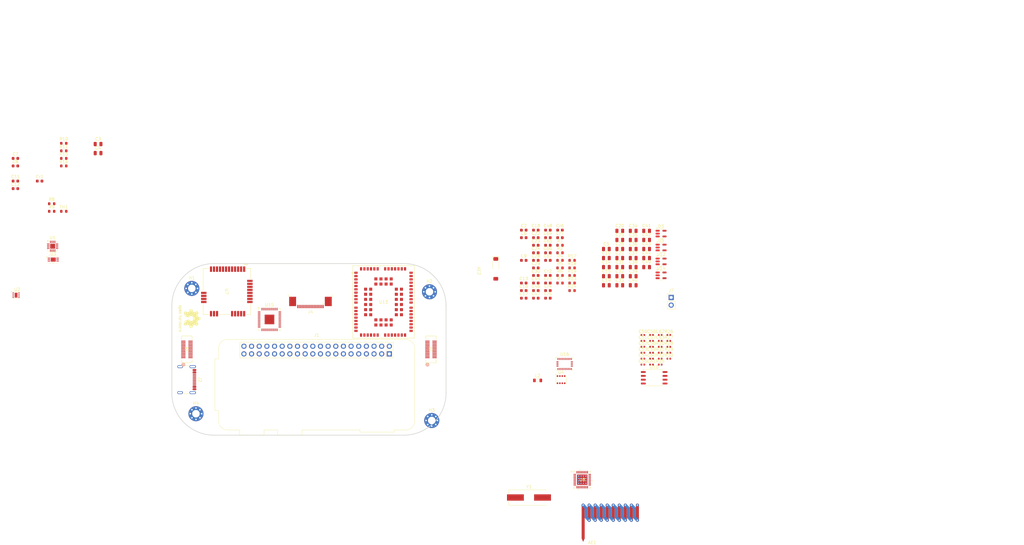
<source format=kicad_pcb>
(kicad_pcb (version 20240108) (generator "pcbnew") (generator_version "8.0")
  (layers (0 "F.Cu" signal) (31 "B.Cu" signal) (34 "B.Paste" user) (35 "F.Paste" user) (36 "B.SilkS" user "B.Silkscreen") (37 "F.SilkS" user "F.Silkscreen") (38 "B.Mask" user) (39 "F.Mask" user) (44 "Edge.Cuts" user))
  (net 0 "")
  (net 1 "GND")
  (net 3 "/USB_VBUS")
  (net 4 "/I2S_TXD")
  (net 5 "/EYESPI_LITE")
  (net 6 "+5V")
  (net 7 "/UART0_TXD")
  (net 8 "/XIN")
  (net 10 "Net-(C51-Pad1)")
  (net 11 "+3V3")
  (net 13 "/EYESPI_SCK")
  (net 16 "/EYESPI_MOSI")
  (net 18 "/EYESPI_SDA")
  (net 19 "+3.3V")
  (net 20 "/I2S_RXD")
  (net 21 "/I2S_LRCLK")
  (net 22 "+1V1")
  (net 25 "/UART0_RXD")
  (net 26 "/I2S_BC")
  (net 27 "+1V8")
  (net 30 "/EYESPI_MISO")
  (net 31 "/EYESPI_SCL")
  (net 34 "/EYESPI_TFTCS")
  (net 35 "/EYESPI_TSCS")
  (net 36 "/EYESPI_TFTDC")
  (net 37 "/EYESPI_MEMCS")
  (net 38 "+3.3VA")
  (net 39 "/EYESPI_GPIO2")
  (net 40 "/EYESPI_TFTRST")
  (net 41 "/EYESPI_INT")
  (net 42 "/EYESPI_GPIO1")
  (net 43 "/EYESPI_CARDCS")
  (net 44 "/EYESPI_BUSY")
  (net 47 "Net-(U1-TS)")
  (net 49 "Net-(U3-SENSE+)")
  (net 50 "Net-(D2-K)")
  (net 53 "Net-(U1-ILIM)")
  (net 54 "Net-(D1-K)")
  (net 55 "Net-(U1-ISET)")
  (net 56 "Net-(U2-EN)")
  (net 57 "Net-(U2-FB)")
  (net 58 "Net-(U2-PG)")
  (net 59 "Net-(U2-SW)")
  (net 60 "Net-(U2-VOUT)")
  (net 61 "Net-(U2-ILIM)")
  (net 63 "Net-(U3-SENSE-)")
  (net 65 "Net-(U4-SDO)")
  (net 66 "/EN_3.3VA")
  (net 68 "/I2S_MCLK")
  (net 69 "Net-(J2-CC2)")
  (net 70 "Net-(J2-CC1)")
  (net 71 "Net-(C3-Pad1)")
  (net 72 "Net-(D1-A)")
  (net 73 "Net-(D2-A)")
  (net 75 "/RESET")
  (net 76 "Net-(AE1-A)")
  (net 77 "Net-(AE2-A)")
  (net 78 "Net-(U8-MIC2R{slash}LINE2R)")
  (net 79 "/HP_MIC")
  (net 80 "/HP_R")
  (net 81 "Net-(U8-HPROUT)")
  (net 82 "/HP_L")
  (net 83 "Net-(U8-HPLOUT)")
  (net 84 "Net-(C39-Pad2)")
  (net 85 "Net-(C39-Pad1)")
  (net 86 "Net-(U11-IN+)")
  (net 87 "Net-(U11-IN-)")
  (net 88 "Net-(J5-Pin_2)")
  (net 89 "Net-(J5-Pin_1)")
  (net 90 "Net-(U8-RIGHT_LOM)")
  (net 91 "Net-(U8-MICBIAS)")
  (net 92 "Net-(U8-RIGHT_LOP)")
  (net 93 "/USB_DP")
  (net 94 "/+3.3V_AUX1")
  (net 95 "Net-(U7-RF)")
  (net 96 "/+3.3V_AUX2")
  (net 98 "/LoRaUART_TX")
  (net 99 "/LoRaUART_RX")
  (net 100 "/SWCLK")
  (net 101 "/SWD")
  (net 102 "/~{USB_BOOT}")
  (net 103 "/QSPI_SS")
  (net 104 "/XOUT")
  (net 105 "/QSPI_SD0")
  (net 106 "/QSPI_SD1")
  (net 107 "/QSPI_SCLK")
  (net 108 "/QSPI_SD3")
  (net 109 "/QSPI_SD2")
  (net 110 "Net-(U16-CAP)")
  (net 111 "Net-(U16-~{BOOT_LOAD_PIN})")
  (net 112 "/USB_DM")
  (net 115 "Net-(U15-GPIO0)")
  (net 116 "Net-(U15-GPIO1)")
  (net 117 "Net-(U15-USB_DP)")
  (net 118 "Net-(U15-USB_DM)")
  (net 119 "Net-(U15-GPIO4)")
  (net 135 "Net-(U15-GPIO5)")
  (net 136 "/EN_3.3Aux1")
  (net 137 "/EN_3.3Aux2")
  (net 141 "/RUN")
  (net 187 "Net-(J6-I{slash}O)")
  (net 193 "/CELL_RX")
  (net 195 "Net-(U13A-DBG_TXD)")
  (net 204 "Net-(J6-RST)")
  (net 205 "/CELL_TX")
  (net 210 "Net-(J6-CLK)")
  (net 217 "Net-(U13A-DBG_RXD)")
  (footprint "Connector_FFC-FPC:TE_1-1734839-8_1x18-1MP_P0.5mm_Horizontal" (layer "F.Cu") (at 165 83.425 180)
    (property "Reference" "J4")
    (property "Value" "FPC 0.5mmP 18 Pin")
  )
  (footprint "Capacitor_SMD:C_0805_2012Metric" (layer "F.Cu") (at 272.1025 59.6425)
    (property "Reference" "C34")
    (property "Value" "~")
  )
  (footprint "RAK3172:RAK3172_RAK" (layer "F.Cu") (at 137.25 79.75 -90)
    (property "Reference" "U7")
    (property "Value" "RAK3172")
  )
  (footprint "Capacitor_SMD:C_0805_2012Metric" (layer "F.Cu") (at 263.2025 74.6925)
    (property "Reference" "C15")
    (property "Value" "22uF")
  )
  (footprint "Capacitor_SMD:C_0402_1005Metric" (layer "F.Cu") (at 278.1925 96.1825)
    (property "Reference" "C57")
    (property "Value" "1u")
  )
  (footprint "Capacitor_SMD:C_0603_1608Metric" (layer "F.Cu") (at 239.7925 59.3925)
    (property "Reference" "C18")
    (property "Value" "1uF")
  )
  (footprint "Capacitor_SMD:C_0402_1005Metric" (layer "F.Cu") (at 278.1925 104.0625)
    (property "Reference" "C61")
    (property "Value" "100n")
  )
  (footprint "Capacitor_SMD:C_0805_2012Metric" (layer "F.Cu") (at 272.1025 65.6625)
    (property "Reference" "C36")
    (property "Value" "1uF")
  )
  (footprint "Capacitor_SMD:C_0805_2012Metric" (layer "F.Cu") (at 276.5525 59.6425)
    (property "Reference" "C41")
    (property "Value" "100nF")
  )
  (footprint "Capacitor_SMD:C_0603_1608Metric" (layer "F.Cu") (at 243.8025 74.4525)
    (property "Reference" "Cr2")
    (property "Value" "100nF")
  )
  (footprint "Capacitor_SMD:C_0603_1608Metric" (layer "F.Cu") (at 239.7925 61.9025)
    (property "Reference" "C22")
    (property "Value" "100nF")
  )
  (footprint "Capacitor_SMD:C_0402_1005Metric" (layer "F.Cu") (at 275.3225 102.0925)
    (property "Reference" "C54")
    (property "Value" "100n")
  )
  (footprint "Capacitor_SMD:C_0603_1608Metric" (layer "F.Cu") (at 239.7925 81.9825)
    (property "Reference" "C47")
    (property "Value" "1uF")
  )
  (footprint "Resistor_SMD:R_0603_1608Metric" (layer "F.Cu") (at 251.8225 69.4325)
    (property "Reference" "R17")
    (property "Value" "20k")
  )
  (footprint "RF_Antenna:Pulse_W3000" (layer "F.Cu") (at 226.5 72.25 -90)
    (property "Reference" "AE2")
    (property "Value" "Antenna")
  )
  (footprint "Capacitor_SMD:C_0402_1005Metric" (layer "F.Cu") (at 281.0625 94.2125)
    (property "Reference" "C62")
    (property "Value" "100n")
  )
  (footprint "Capacitor_SMD:C_0603_1608Metric" (layer "F.Cu") (at 239.7925 79.4725)
    (property "Reference" "C46")
    (property "Value" "1uF")
  )
  (footprint "Capacitor_SMD:C_0402_1005Metric" (layer "F.Cu") (at 278.1925 100.1225)
    (property "Reference" "C59")
    (property "Value" "100n")
  )
  (footprint "Package_DFN_QFN:QFN-56-1EP_7x7mm_P0.4mm_EP3.2x3.2mm" (layer "F.Cu") (at 151.4 89.0625)
    (property "Reference" "U15")
    (property "Value" "RP2040")
  )
  (footprint "Capacitor_SMD:C_0805_2012Metric" (layer "F.Cu") (at 94.515 33.805)
    (property "Reference" "C4")
    (property "Value" "10uF")
  )
  (footprint "Capacitor_SMD:C_0805_2012Metric" (layer "F.Cu") (at 276.5525 68.6725)
    (property "Reference" "C44")
    (property "Value" "1uF")
  )
  (footprint "Capacitor_SMD:C_0603_1608Metric" (layer "F.Cu") (at 239.7925 71.9425)
    (property "Reference" "C29")
    (property "Value" "1uF")
  )
  (footprint "Capacitor_SMD:C_0402_1005Metric" (layer "F.Cu") (at 275.3225 94.2125)
    (property "Reference" "C50")
    (property "Value" "27p")
  )
  (footprint "Resistor_SMD:R_0603_1608Metric" (layer "F.Cu") (at 247.8125 69.4325)
    (property "Reference" "R4")
    (property "Value" "10k")
  )
  (footprint "Capacitor_SMD:C_0603_1608Metric" (layer "F.Cu") (at 235.7825 76.9625)
    (property "Reference" "C13")
    (property "Value" "100pF")
  )
  (footprint "Capacitor_SMD:C_0805_2012Metric" (layer "F.Cu") (at 272.1025 77.7025)
    (property "Reference" "C40")
    (property "Value" "100nF")
  )
  (footprint "AltoidsTin:AltoidsTinBoundary" (layer "F.Cu") (at 164.5 99.5)
    (property "Reference" "REF**" (hide yes))
    (property "Value" "AltoidsTinBoundary")
  )
  (footprint "Capacitor_SMD:C_0603_1608Metric" (layer "F.Cu") (at 239.7925 64.4125)
    (property "Reference" "C23")
    (property "Value" "100nF")
  )
  (footprint "Resistor_SMD:R_0603_1608Metric" (layer "F.Cu") (at 251.8225 76.9625)
    (property "Reference" "R23")
    (property "Value" "100k")
  )
  (footprint "Resistor_SMD:R_0603_1608Metric" (layer "F.Cu") (at 79.125 53.135)
    (property "Reference" "R9")
    (property "Value" "768k")
  )
  (footprint "Capacitor_SMD:C_0603_1608Metric" (layer "F.Cu") (at 247.8125 61.9025)
    (property "Reference" "Cr7")
    (property "Value" "100nF")
  )
  (footprint "DF40HC:CONN_30DS-0.4V51" (layer "F.Cu") (at 124 99 90)
    (property "Reference" "J8")
    (property "Value" "DF40HC3.0-30DS-0.4V51")
  )
  (footprint "Capacitor_SMD:C_0603_1608Metric" (layer "F.Cu") (at 243.8025 81.9825)
    (property "Reference" "Cr5")
    (property "Value" "100nF")
  )
  (footprint "Package_SO:SOIC-8_5.23x5.23mm_P1.27mm" (layer "F.Cu") (at 279.0625 108.4325)
    (property "Reference" "U10")
    (property "Value" "W25Q128JVS")
  )
  (footprint "Capacitor_SMD:C_0603_1608Metric" (layer "F.Cu") (at 67.095 38.075)
    (property "Reference" "C8")
    (property "Value" "100pF")
  )
  (footprint "Module:Raspberry_Pi_Zero_Socketed_THT_FaceDown_MountingHoles" (layer "F.Cu") (at 191.18 100.5 -90)
    (property "Reference" "J1")
    (property "Value" "Raspberry_Pi_2_3")
  )
  (footprint "RF_Antenna:Texas_SWRA416_868MHz_915MHz" (layer "F.Cu") (at 264.5 156.55)
    (property "Reference" "AE1")
    (property "Value" "Antenna")
  )
  (footprint "Capacitor_SMD:C_0402_1005Metric" (layer "F.Cu") (at 283.9325 94.2125)
    (property "Reference" "R26")
    (property "Value" "22")
  )
  (footprint "Capacitor_SMD:C_0603_1608Metric" (layer "F.Cu") (at 67.095 43.095)
    (property "Reference" "C11")
    (property "Value" "100pF")
  )
  (footprint "Resistor_SMD:R_0603_1608Metric" (layer "F.Cu") (at 83.135 30.545)
    (property "Reference" "R10")
    (property "Value" "243k")
  )
  (footprint "Capacitor_SMD:C_0805_2012Metric" (layer "F.Cu") (at 272.1025 62.6525)
    (property "Reference" "C35")
    (property "Value" "1uF")
  )
  (footprint "Capacitor_SMD:C_0805_2012Metric" (layer "F.Cu") (at 272.1025 68.6725)
    (property "Reference" "C37")
    (property "Value" "100nF")
  )
  (footprint "Capacitor_SMD:C_0805_2012Metric" (layer "F.Cu") (at 263.2025 71.6825)
    (property "Reference" "C14")
    (property "Value" "22uF")
  )
  (footprint "Resistor_SMD:R_0603_1608Metric" (layer "F.Cu") (at 83.135 35.565)
    (property "Reference" "R15")
    (property "Value" "5.1k")
  )
  (footprint "Capacitor_SMD:C_0603_1608Metric" (layer "F.Cu") (at 243.8025 66.9225)
    (property "Reference" "C66")
    (property "Value" "120nF")
  )
  (footprint "Symbol:OSHW-Logo2_9.8x8mm_SilkScreen" (layer "F.Cu") (at 124.75 88.75 -90)
    (property "Reference" "REF**" (hide yes))
    (property "Value" "OSHW-Logo2_9.8x8mm_SilkScreen" (hide yes))
  )
  (footprint "Capacitor_SMD:C_0805_2012Metric" (layer "F.Cu") (at 263.2025 77.7025)
    (property "Reference" "C19")
    (property "Value" "10uF")
  )
  (footprint "Package_SON:WSON-8-1EP_2x2mm_P0.5mm_EP0.9x1.6mm" (layer "F.Cu") (at 67.3 81)
    (property "Reference" "U2")
    (property "Value" "TPS61252DSG")
  )
  (footprint "Capacitor_SMD:C_0603_1608Metric" (layer "F.Cu") (at 243.8025 61.9025)
    (property "Reference" "C64")
    (property "Value" "100nF")
  )
  (footprint "Inductor_SMD:L_0805_2012Metric" (layer "F.Cu") (at 240.3825 109.3125)
    (property "Reference" "L2")
    (property "Value" "~")
  )
  (footprint "DF40HC:CONN_30DS-0.4V51" (layer "F.Cu") (at 205 99 90)
    (property "Reference" "J9")
    (property "Value" "DF40HC3.0-30DS-0.4V51")
  )
  (footprint "Resistor_SMD:R_0603_1608Metric" (layer "F.Cu") (at 83.135 38.075)
    (property "Reference" "R16")
    (property "Value" "5.1k")
  )
  (footprint "Resistor_SMD:R_0603_1608Metric" (layer "F.Cu") (at 251.8225 79.4725)
    (property "Reference" "R24")
    (property "Value" "100k")
  )
  (footprint "Capacitor_SMD:C_0402_1005Metric" (layer "F.Cu") (at 283.9325 98.1525)
    (property "Reference" "R28")
    (property "Value" "22")
  )
  (footprint "Resistor_SMD:R_0603_1608Metric" (layer "F.Cu") (at 83.135 33.055)
    (property "Reference" "R11")
    (property "Value" "1M")
  )
  (footprint "Capacitor_SMD:C_0603_1608Metric" (layer "F.Cu") (at 243.8025 59.3925)
    (property "Reference" "C48")
    (property "Value" "100nF")
  )
  (footprint "Capacitor_SMD:C_0402_1005Metric" (layer "F.Cu") (at 283.9325 96.1825)
    (property "Reference" "R27")
    (property "Value" "22")
  )
  (footprint "Capacitor_SMD:C_0805_2012Metric" (layer "F.Cu") (at 272.1025 74.6925)
    (property "Reference" "C39")
    (property "Value" "100nF")
  )
  (footprint "Capacitor_SMD:C_0603_1608Metric" (layer "F.Cu") (at 243.8025 79.4725)
    (property "Reference" "Cr4")
    (property "Value" "100nF")
  )
  (footprint "Package_DFN_QFN:VQFN-16-1EP_3x3mm_P0.5mm_EP1.6x1.6mm" (layer "F.Cu") (at 79.435 64.745)
    (property "Reference" "U1")
    (property "Value" "BQ24072RGT")
  )
  (footprint "Capacitor_SMD:C_0603_1608Metric" (layer "F.Cu") (at 243.8025 64.4125)
    (property "Reference" "C65")
    (property "Value" "100nF")
  )
  (footprint "Resistor_SMD:R_0603_1608Metric" (layer "F.Cu") (at 83.135 53.135)
    (property "Reference" "TH1")
    (property "Value" "10k")
  )
  (footprint "Capacitor_SMD:C_0603_1608Metric" (layer "F.Cu") (at 75.115 43.095)
    (property "Reference" "Cr1")
    (property "Value" "100nF")
  )
  (footprint "MountingHole:MountingHole_2.5mm_Pad_Via" (layer "F.Cu") (at 204.5 79.875)
    (property "Reference" "H2")
    (property "Value" "MountingHole_Pad")
  )
  (footprint "Capacitor_SMD:C_0603_1608Metric" (layer "F.Cu") (at 235.7825 61.9025)
    (property "Reference" "C6")
    (property "Value" "100nF")
  )
  (footprint "Connector_PinHeader_2.54mm:PinHeader_1x02_P2.54mm_Vertical" (layer "F.Cu") (at 284.7125 81.7625)
    (property "Reference" "J7")
    (property "Value" "Conn_01x02")
  )
  (footprint "Capacitor_SMD:C_0402_1005Metric" (layer "F.Cu") (at 281.0625 100.1225)
    (property "Reference" "R21")
    (property "Value" "DNF")
  )
  (footprint "Package_TO_SOT_SMD:SOT-23-5" (layer "F.Cu") (at 281.3525 74.4125)
    (property "Reference" "U14")
    (property "Value" "TPS7A0533PDBV")
  )
  (footprint "Capacitor_SMD:C_0805_2012Metric" (layer "F.Cu") (at 267.6525 59.6425)
    (property "Reference" "C20")
    (property "Value" "22uF")
  )
  (footprint "Package_TO_SOT_SMD:SOT-23-5" (layer "F.Cu") (at 281.3525 60.5375)
    (property "Reference" "D3")
    (property "Value" "ESDA5V3SC5")
  )
  (footprint "Capacitor_SMD:C_0603_1608Metric" (layer "F.Cu") (at 67.095 35.565)
    (property "Reference" "C7")
    (property "Value" "100nF")
  )
  (footprint "MountingHole:MountingHole_2.5mm_Pad_Via" (layer "F.Cu") (at 127 120.375)
    (property "Reference" "H4")
    (property "Value" "MountingHole_Pad")
  )
  (footprint "Capacitor_SMD:C_0402_1005Metric" (layer "F.Cu") (at 278.1925 102.0925)
    (property "Reference" "C60")
    (property "Value" "100n")
  )
  (footprint "Package_DFN_QFN:DFN-6-1EP_3x2mm_P0.5mm_EP1.65x1.35mm" (layer "F.Cu") (at 79.64 69.175)
    (property "Reference" "U3")
    (property "Value" "LTC2942")
  )
  (footprint "Package_TO_SOT_SMD:SOT-23-5" (layer "F.Cu") (at 281.3525 65.1625)
    (property "Reference" "U5")
    (property "Value" "TPS7A0533PDBV")
  )
  (footprint "Resistor_SMD:R_0603_1608Metric" (layer "F.Cu") (at 247.8125 64.4125)
    (property "Reference" "R1")
    (property "Value" "1.18k")
  )
  (footprint "Capacitor_SMD:C_0805_2012Metric" (layer "F.Cu") (at 263.2025 65.6625)
    (property "Reference" "C5")
    (property "Value" "10uF")
  )
  (footprint "Capacitor_SMD:C_0402_1005Metric" (layer "F.Cu") (at 283.9325 102.0925)
    (property "Reference" "R30")
    (property "Value" "22")
  )
  (footprint "Resistor_SMD:R_0603_1608Metric" (layer "F.Cu") (at 251.8225 71.9425)
    (property "Reference" "R18")
    (property "Value" "1k")
  )
  (footprint "Capacitor_SMD:C_0603_1608Metric" (layer "F.Cu") (at 239.7925 69.4325)
    (property "Reference" "C28")
    (property "Value" "1uF")
  )
  (footprint "Capacitor_SMD:C_0805_2012Metric" (layer "F.Cu") (at 94.515 30.795)
    (property "Reference" "C3")
    (property "Value" "4.7uF")
  )
  (footprint "Package_LGA:LGA-28_5.2x3.8mm_P0.5mm" (layer "F.Cu") (at 249.3575 103.8475)
    (property "Reference" "U16")
    (property "Value" "BNO055")
  )
  (footprint "Capacitor_SMD:C_0805_2012Metric" (layer "F.Cu") (at 267.6525 74.6925)
    (property "Reference" "C32")
    (property "Value" "10uF")
  )
  (footprint "Capacitor_SMD:C_0402_1005Metric" (layer "F.Cu") (at 278.1925 98.1525)
    (property "Reference" "C58")
    (property "Value" "100n")
  )
  (footprint "Capacitor_SMD:C_0402_1005Metric" (layer "F.Cu") (at 281.0625 104.0625)
    (property "Reference" "R25")
    (property "Value" "22")
  )
  (footprint "Package_LGA:Bosch_LGA-8_3x3mm_P0.8mm_ClockwisePinNumbering" (layer "F.Cu") (at 248.1775 109.0575)
    (property "Reference" "U4")
    (property "Value" "BME680")
  )
  (footprint "Capacitor_SMD:C_0603_1608Metric" (layer "F.Cu") (at 67.095 45.605)
    (property "Reference" "C12")
    (property "Value" "100pF")
  )
  (footprint "MountingHole:MountingHole_2.5mm_Pad_Via" (layer "F.Cu") (at 125.625 78.75)
    (property "Reference" "H1")
    (property "Value" "MountingHole_Pad")
  )
  (footprint "Capacitor_SMD:C_0805_2012Metric" (layer "F.Cu") (at 267.6525 71.6825)
    (property "Reference" "C31")
    (property "Value" "1uF")
  )
  (footprint "Capacitor_SMD:C_0603_1608Metric" (layer "F.Cu") (at 239.7925 74.4525)
    (property "Reference" "C30")
    (property "Value" "1uF")
  )
  (footprint "Capacitor_SMD:C_0402_1005Metric" (layer "F.Cu") (at 283.9325 100.1225)
    (property "Reference" "R29")
    (property "Value" "22")
  )
  (footprint "Capacitor_SMD:C_0805_2012Metric" (layer "F.Cu") (at 267.6525 65.6625)
    (property "Reference" "C26")
    (property "Value" "1uF")
  )
  (footprint "Capacitor_SMD:C_0805_2012Metric" (layer "F.Cu") (at 267.6525 77.7025)
    (property "Reference" "C33")
    (property "Value" "~")
  )
  (footprint "Capacitor_SMD:C_0402_1005Metric" (layer "F.Cu") (at 275.3225 98.1525)
    (property "Reference" "C52")
    (property "Value" "100n")
  )
  (footprint "Capacitor_SMD:C_0402_1005Metric" (layer "F.Cu") (at 275.3225 96.1825)
    (property "Reference" "C51")
    (property "Value" "27p")
  )
  (footprint "Capacitor_SMD:C_0805_2012Metric" (layer "F.Cu") (at 267.6525 62.6525)
    (property "Reference" "C25")
    (property "Value" "1uF")
  )
  (footprint "Capacitor_SMD:C_0805_2012Metric" (layer "F.Cu") (at 263.2025 68.6725)
    (property "Reference" "C10")
    (property "Value" "10uF")
  )
  (footprint "RP2040_minimal:Crystal_SMD_HC49-US" (layer "F.Cu") (at 237.5181 148.203101)
    (property "Reference" "Y1")
    (property "Value" "ABLS-12.000MHZ-B4-T")
  )
  (footprint "Capacitor_SMD:C_0402_1005Metric" (layer "F.Cu") (at 281.0625 98.1525)
    (property "Reference" "R20")
    (property "Value" "1k")
  )
  (footprint "Resistor_SMD:R_0603_1608Metric" (layer "F.Cu") (at 79.125 50.625)
    (property "Reference" "R8")
    (property "Value" "10k")
  )
  (footprint "Capacitor_SMD:C_0805_2012Metric" (layer "F.Cu") (at 272.1025 71.6825)
    (property "Reference" "C38")
    (property "Value" "100nF")
  )
  (footprint "Capacitor_SMD:C_0603_1608Metric" (layer "F.Cu") (at 243.8025 76.9625)
    (property "Reference" "Cr3")
    (property "Value" "100nF")
  )
  (footprint "Capacitor_SMD:C_0603_1608Metric" (layer "F.Cu") (at 235.7825 79.4725)
    (property "Reference" "C16")
    (property "Value" "1uF")
  )
  (footprint "Resistor_SMD:R_0603_1608Metric" (layer "F.Cu") (at 247.8125 76.9625)
    (property "Reference" "R7")
    (property "Value" "5.1k")
  )
  (footprint "Resistor_SMD:R_0603_1608Metric" (layer "F.Cu") (at 247.8125 66.9225)
    (property "Reference" "R2")
    (property "Value" "1.13k")
  )
  (footprint "MountingHole:MountingHole_2.5mm_Pad_Via" (layer "F.Cu") (at 205.25 122.625)
    (property "Reference" "H3")
    (property "Value" "MountingHole_Pad")
  )
  (footprint "Capacitor_SMD:C_0402_1005Metric" (layer "F.Cu") (at 275.3225 100.1225)
    (property "Reference" "C53")
    (property "Value" "100n")
  )
  (footprint "Capacitor_SMD:C_0603_1608Metric" (layer "F.Cu") (at 243.8025 69.4325)
    (property "Reference" "C67")
    (property "Value" "6.8nF")
  )
  (footprint "TI_TLV320AIC3101:RHB32_3P45X3P45" (layer "F.Cu") (at 255.198301 142.2861)
    (property "Reference" "U8")
    (property "Value" "TLV320AIC3101IRHBR")
  )
  (footprint "Capacitor_SMD:C_0805_2012Metric" (layer "F.Cu") (at 276.5525 71.6825)
    (property "Reference" "C49")
    (property "Value" "10uF")
  )
  (footprint "Capacitor_SMD:C_0805_2012Metric" (layer "F.Cu") (at 267.6525 68.6725)
    (property "Reference" "C27")
    (property "Value" "1uF")
  )
  (footprint "Capacitor_SMD:C_0402_1005Metric" (layer "F.Cu") (at 281.0625 102.0925)
    (property "Reference" "R22")
    (property "Value" "1k")
  )
  (footprint "Capacitor_SMD:C_0805_2012Metric" (layer "F.Cu") (at 276.5525 65.6625)
    (property "Reference" "C43")
    (property "Value" "220pf")
  )
  (footprint "Resistor_SMD:R_0603_1608Metric" (layer "F.Cu") (at 251.8225 74.4525)
    (property "Reference" "R19")
    (property "Value" "20k")
  )
  (footprint "Capacitor_SMD:C_0603_1608Metric" (layer "F.Cu") (at 235.7825 81.9825)
    (property "Reference" "C17")
    (property "Value" "1uF")
  )
  (footprint "Resistor_SMD:R_0603_1608Metric" (layer "F.Cu") (at 247.8125 71.9425)
    (property "Reference" "R5")
    (property "Value" "10k")
  )
  (footprint "Capacitor_SMD:C_0603_1608Metric" (layer "F.Cu") (at 235.7825 59.3925)
    (property "Reference" "C2")
    (property "Value" "1uF")
  )
  (footprint "Capacitor_SMD:C_0603_1608Metric" (layer "F.Cu") (at 235.7825 69.4325)
    (property "Reference" "C9")
    (property "Value" "100nF")
  )
  (footprint "Resistor_SMD:R_0603_1608Metric" (layer "F.Cu") (at 247.8125 74.4525)
    (property "Reference" "R6")
    (property "Value" "5.1k")
  )
  (footprint "Capacitor_SMD:C_0805_2012Metric" (layer "F.Cu") (at 276.5525 62.6525)
    (property "Reference" "C42")
    (property "Value" "220pf")
  )
  (footprint "Connector_USB:USB_C_Receptacle_GCT_USB4105-xx-A_16P_TopMnt_Horizontal" (layer "F.Cu") (at 122.82 109.05 -90)
    (property "Reference" "J2")
    (property "Value" "USB_C_Receptacle")
  )
  (footprint "Capacitor_SMD:C_0603_1608Metric" (layer "F.Cu") (at 239.7925 76.9625)
    (property "Reference" "C45")
    (property "Value" "1uF")
  )
  (footprint "Capacitor_SMD:C_0603_1608Metric" (layer "F.Cu") (at 247.8125 59.3925)
    (property "Reference" "Cr6")
    (property "Value" "100nF")
  )
  (footprint "Capacitor_SMD:C_0603_1608Metric" (layer "F.Cu") (at 239.7925 66.9225)
    (property "Reference" "C24")
    (property "Value" "100pF")
  )
  (footprint "Package_TO_SOT_SMD:SOT-23-5" (layer "F.Cu") (at 281.3525 69.7875)
    (property "Reference" "U12")
    (property "Value" "TPS7A0533PDBV")
  )
  (footprint "Capacitor_SMD:C_0402_1005Metric" (layer "F.Cu") (at 278.1925 94.2125)
    (property "Reference" "C56")
    (property "Value" "100n")
  )
  (footprint "Quectel_BG95M3LA:BG95_QWS" (layer "F.Cu") (at 189.249928 83.25)
    (property "Reference" "U13")
    (property "Value" "BG95M3LA-64-SGNS")
  )
  (footprint "Capacitor_SMD:C_0402_1005Metric" (layer "F.Cu") (at 281.0625 96.1825)
    (property "Reference" "C63")
    (property "Value" "100n")
  )
  (footprint "Capacitor_SMD:C_0402_1005Metric" (layer "F.Cu") (at 275.3225 104.0625)
    (property "Reference" "C55")
    (property "Value" "1u")
  )
  (gr_line (start 119 113.5) (end 119 84.5) (stroke (width 0.2)) (layer "Edge.Cuts"))
  (gr_arc (start 119 84.5) (mid 123.100505 74.600505) (end 133 70.5) (stroke (width 0.2)) (layer "Edge.Cuts"))
  (gr_arc (start 196 70.5) (mid 205.899495 74.600505) (end 210 84.5) (stroke (width 0.2)) (layer "Edge.Cuts"))
  (gr_line (start 133 70.5) (end 196 70.5) (stroke (width 0.2)) (layer "Edge.Cuts"))
  (gr_arc (start 133 127.5) (mid 123.100505 123.399495) (end 119 113.5) (stroke (width 0.2)) (layer "Edge.Cuts"))
  (gr_line (start 196 127.5) (end 133 127.5) (stroke (width 0.2)) (layer "Edge.Cuts"))
  (gr_line (start 210 84.5) (end 210 113.5) (stroke (width 0.2)) (layer "Edge.Cuts"))
  (gr_arc (start 210 113.5) (mid 205.899495 123.399495) (end 196 127.5) (stroke (width 0.2)) (layer "Edge.Cuts"))
)
</source>
